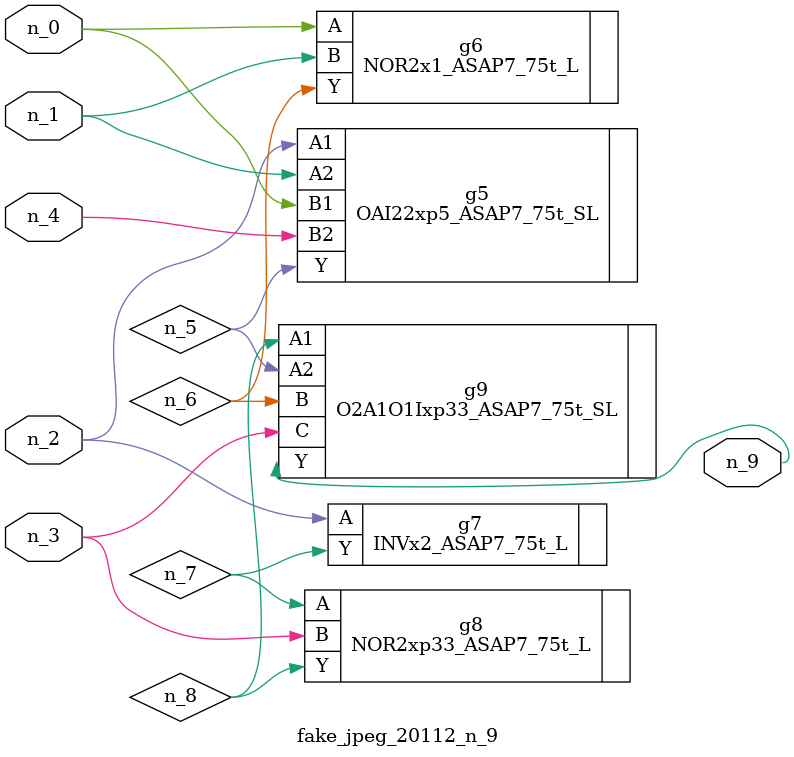
<source format=v>
module fake_jpeg_20112_n_9 (n_3, n_2, n_1, n_0, n_4, n_9);

input n_3;
input n_2;
input n_1;
input n_0;
input n_4;

output n_9;

wire n_8;
wire n_6;
wire n_5;
wire n_7;

OAI22xp5_ASAP7_75t_SL g5 ( 
.A1(n_2),
.A2(n_1),
.B1(n_0),
.B2(n_4),
.Y(n_5)
);

NOR2x1_ASAP7_75t_L g6 ( 
.A(n_0),
.B(n_1),
.Y(n_6)
);

INVx2_ASAP7_75t_L g7 ( 
.A(n_2),
.Y(n_7)
);

NOR2xp33_ASAP7_75t_L g8 ( 
.A(n_7),
.B(n_3),
.Y(n_8)
);

O2A1O1Ixp33_ASAP7_75t_SL g9 ( 
.A1(n_8),
.A2(n_5),
.B(n_6),
.C(n_3),
.Y(n_9)
);


endmodule
</source>
